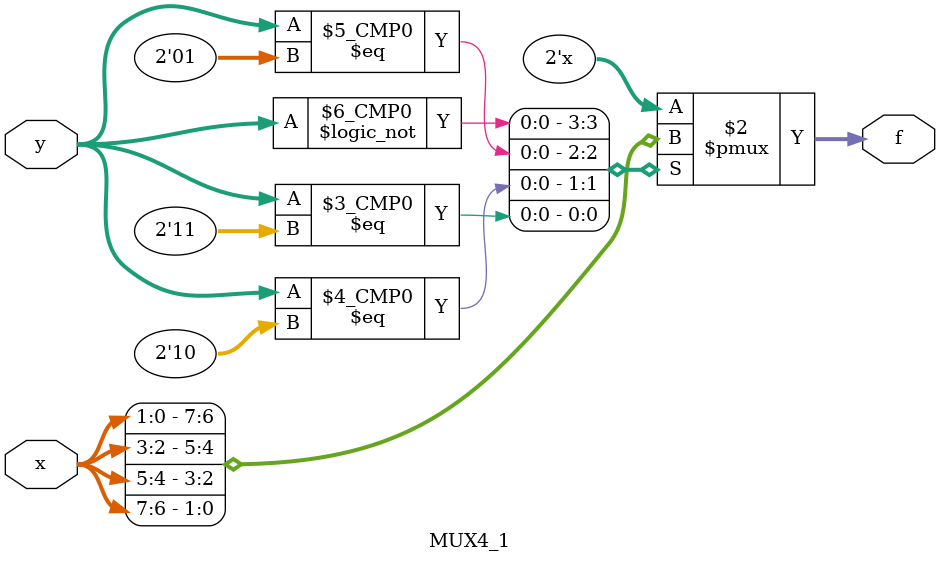
<source format=v>
module MUX4_1(x,y,f);
	input [7:0] x;
	input [1:0] y;
	output reg [1:0] f;
	
	always @ (x or y)
		case (y)
			0:f=x[1:0];
			1:f=x[3:2];
			2:f=x[5:4];
			3:f=x[7:6];
		endcase
		
endmodule 
</source>
